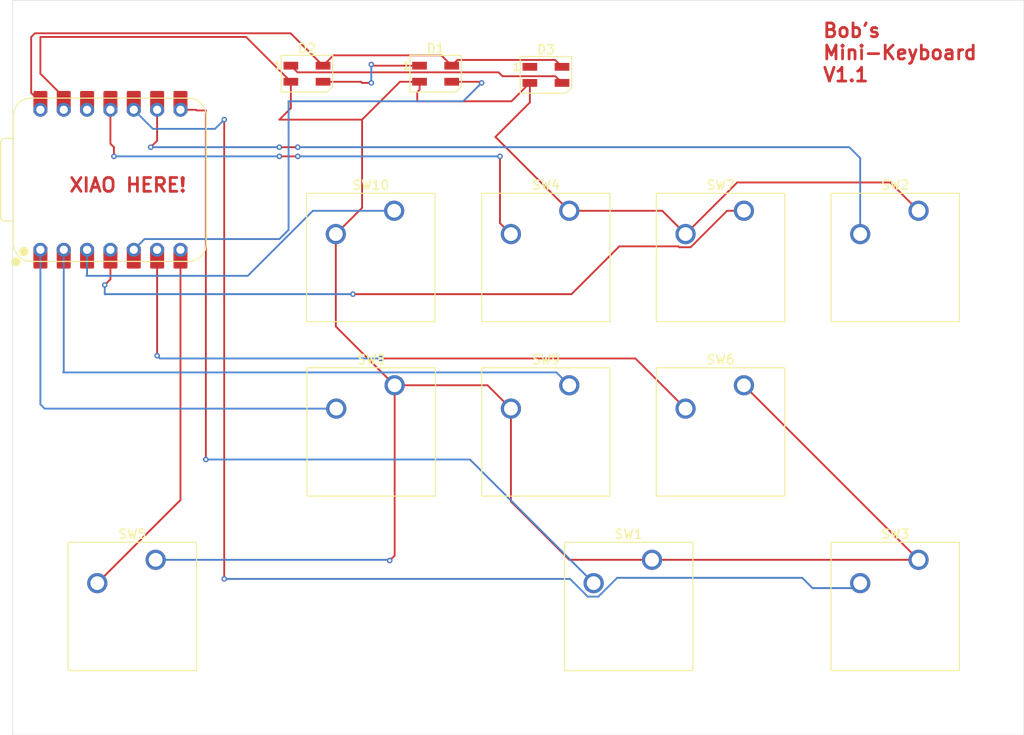
<source format=kicad_pcb>
(kicad_pcb (version 20241229) (generator "pcbnew") (generator_version "9.0")
  (layers (0 "F.Cu" signal) (2 "B.Cu" signal) (13 "F.Paste" user) (15 "B.Paste" user) (5 "F.SilkS" user "F.Silkscreen") (7 "B.SilkS" user "B.Silkscreen") (1 "F.Mask" user) (3 "B.Mask" user) (25 "Edge.Cuts" user))
  (net 0 "")
  (net 1 "+5V")
  (net 2 "GND")
  (net 3 "Net-(D1-DOUT)")
  (net 4 "Net-(D1-DIN)")
  (net 5 "Net-(D2-DOUT)")
  (net 6 "Net-(U1-GPIO1{slash}RX)")
  (net 7 "Net-(U1-GPIO2{slash}SCK)")
  (net 8 "Net-(U1-GPIO4{slash}MISO)")
  (net 9 "Net-(U1-GPIO3{slash}MOSI)")
  (net 10 "Net-(U1-GPIO0{slash}TX)")
  (net 11 "Net-(U1-GPIO7{slash}SCL)")
  (net 12 "Net-(U1-GPIO29{slash}ADC3{slash}A3)")
  (net 13 "Net-(U1-GPIO26{slash}ADC0{slash}A0)")
  (net 14 "Net-(U1-GPIO27{slash}ADC1{slash}A1)")
  (net 16 "Net-(U1-GPIO28{slash}ADC2{slash}A2)")
  (footprint "LED_SMD:LED_SK6812MINI_PLCC4_3.5x3.5mm_P1.75mm" (layer "F.Cu") (at 160 64)
    (property "Reference" "D2" (at 0 -2.75 0) (layer "F.SilkS"))
    (property "Value" "SK6812MINI")
    (fp_line (start -2.8 -2) (end -2.8 2) (stroke (width 0.12)) (layer "F.SilkS"))
    (fp_line (start -2.8 -2) (end 2.8 -2) (stroke (width 0.12)) (layer "F.SilkS"))
    (fp_line (start -2.8 2) (end 2.2 2) (stroke (width 0.12)) (layer "F.SilkS"))
    (fp_line (start 2.8 1.4) (end 2.2 2) (stroke (width 0.12)) (layer "F.SilkS"))
    (fp_line (start 2.8 1.4) (end 2.8 -2) (stroke (width 0.12)) (layer "F.SilkS"))
    (fp_text user "1" (at -3.2 -0.875 0) (layer "F.SilkS") (effects (font (size 0.8 0.8))))
    (pad "1" smd rect (at -1.75 -0.875) (size 1.6 0.85) (layers "F.Cu" "F.Mask" "F.Paste") (net 5 "Net-(D2-DOUT)"))
    (pad "2" smd rect (at -1.75 0.875) (size 1.6 0.85) (layers "F.Cu" "F.Mask" "F.Paste") (net 2 "GND"))
    (pad "3" smd rect (at 1.75 0.875) (size 1.6 0.85) (layers "F.Cu" "F.Mask" "F.Paste") (net 3 "Net-(D1-DOUT)"))
    (pad "4" smd rect (at 1.75 -0.875) (size 1.6 0.85) (layers "F.Cu" "F.Mask" "F.Paste") (net 1 "+5V"))
  )
  (footprint "Button_Switch_Keyboard:SW_Cherry_MX_1.00u_PCB" (layer "F.Cu") (at 188.54 97.92)
    (property "Reference" "SW9" (at -2.54 -2.794 0) (layer "F.SilkS"))
    (property "Value" "SW_Push")
    (fp_line (start -9.525 -1.905) (end 4.445 -1.905) (stroke (width 0.12)) (layer "F.SilkS"))
    (fp_line (start -9.525 12.065) (end -9.525 -1.905) (stroke (width 0.12)) (layer "F.SilkS"))
    (fp_line (start 4.445 -1.905) (end 4.445 12.065) (stroke (width 0.12)) (layer "F.SilkS"))
    (fp_line (start 4.445 12.065) (end -9.525 12.065) (stroke (width 0.12)) (layer "F.SilkS"))
    (pad "" np_thru_hole circle (at -7.62 5.08) (size 1.7 1.7) (drill 1.7) (layers "*.Cu" "*.Mask"))
    (pad "" np_thru_hole circle (at -2.54 5.08) (size 4 4) (drill 4) (layers "*.Cu" "*.Mask"))
    (pad "" np_thru_hole circle (at 2.54 5.08) (size 1.7 1.7) (drill 1.7) (layers "*.Cu" "*.Mask"))
    (pad "1" thru_hole circle (at 0 0) (size 2.2 2.2) (drill 1.5) (layers "*.Cu" "*.Mask") (net 14 "Net-(U1-GPIO27{slash}ADC1{slash}A1)"))
    (pad "2" thru_hole circle (at -6.35 2.54) (size 2.2 2.2) (drill 1.5) (layers "*.Cu" "*.Mask") (net 2 "GND"))
  )
  (footprint "Button_Switch_Keyboard:SW_Cherry_MX_1.00u_PCB" (layer "F.Cu") (at 207.54 97.92)
    (property "Reference" "SW6" (at -2.54 -2.794 0) (layer "F.SilkS"))
    (property "Value" "SW_Push")
    (fp_line (start -9.525 -1.905) (end 4.445 -1.905) (stroke (width 0.12)) (layer "F.SilkS"))
    (fp_line (start -9.525 12.065) (end -9.525 -1.905) (stroke (width 0.12)) (layer "F.SilkS"))
    (fp_line (start 4.445 -1.905) (end 4.445 12.065) (stroke (width 0.12)) (layer "F.SilkS"))
    (fp_line (start 4.445 12.065) (end -9.525 12.065) (stroke (width 0.12)) (layer "F.SilkS"))
    (pad "" np_thru_hole circle (at -7.62 5.08) (size 1.7 1.7) (drill 1.7) (layers "*.Cu" "*.Mask"))
    (pad "" np_thru_hole circle (at -2.54 5.08) (size 4 4) (drill 4) (layers "*.Cu" "*.Mask"))
    (pad "" np_thru_hole circle (at 2.54 5.08) (size 1.7 1.7) (drill 1.7) (layers "*.Cu" "*.Mask"))
    (pad "1" thru_hole circle (at 0 0) (size 2.2 2.2) (drill 1.5) (layers "*.Cu" "*.Mask") (net 2 "GND"))
    (pad "2" thru_hole circle (at -6.35 2.54) (size 2.2 2.2) (drill 1.5) (layers "*.Cu" "*.Mask") (net 11 "Net-(U1-GPIO7{slash}SCL)"))
  )
  (footprint "Button_Switch_Keyboard:SW_Cherry_MX_1.00u_PCB" (layer "F.Cu") (at 169.49 78.92)
    (property "Reference" "SW10" (at -2.54 -2.794 0) (layer "F.SilkS"))
    (property "Value" "SW_Push")
    (fp_line (start -9.525 -1.905) (end 4.445 -1.905) (stroke (width 0.12)) (layer "F.SilkS"))
    (fp_line (start -9.525 12.065) (end -9.525 -1.905) (stroke (width 0.12)) (layer "F.SilkS"))
    (fp_line (start 4.445 -1.905) (end 4.445 12.065) (stroke (width 0.12)) (layer "F.SilkS"))
    (fp_line (start 4.445 12.065) (end -9.525 12.065) (stroke (width 0.12)) (layer "F.SilkS"))
    (pad "" np_thru_hole circle (at -7.62 5.08) (size 1.7 1.7) (drill 1.7) (layers "*.Cu" "*.Mask"))
    (pad "" np_thru_hole circle (at -2.54 5.08) (size 4 4) (drill 4) (layers "*.Cu" "*.Mask"))
    (pad "" np_thru_hole circle (at 2.54 5.08) (size 1.7 1.7) (drill 1.7) (layers "*.Cu" "*.Mask"))
    (pad "1" thru_hole circle (at 0 0) (size 2.2 2.2) (drill 1.5) (layers "*.Cu" "*.Mask") (net 16 "Net-(U1-GPIO28{slash}ADC2{slash}A2)"))
    (pad "2" thru_hole circle (at -6.35 2.54) (size 2.2 2.2) (drill 1.5) (layers "*.Cu" "*.Mask") (net 2 "GND"))
  )
  (footprint "Button_Switch_Keyboard:SW_Cherry_MX_1.00u_PCB" (layer "F.Cu") (at 226.54 78.92)
    (property "Reference" "SW2" (at -2.54 -2.794 0) (layer "F.SilkS"))
    (property "Value" "SW_Push")
    (fp_line (start -9.525 -1.905) (end 4.445 -1.905) (stroke (width 0.12)) (layer "F.SilkS"))
    (fp_line (start -9.525 12.065) (end -9.525 -1.905) (stroke (width 0.12)) (layer "F.SilkS"))
    (fp_line (start 4.445 -1.905) (end 4.445 12.065) (stroke (width 0.12)) (layer "F.SilkS"))
    (fp_line (start 4.445 12.065) (end -9.525 12.065) (stroke (width 0.12)) (layer "F.SilkS"))
    (pad "" np_thru_hole circle (at -7.62 5.08) (size 1.7 1.7) (drill 1.7) (layers "*.Cu" "*.Mask"))
    (pad "" np_thru_hole circle (at -2.54 5.08) (size 4 4) (drill 4) (layers "*.Cu" "*.Mask"))
    (pad "" np_thru_hole circle (at 2.54 5.08) (size 1.7 1.7) (drill 1.7) (layers "*.Cu" "*.Mask"))
    (pad "1" thru_hole circle (at 0 0) (size 2.2 2.2) (drill 1.5) (layers "*.Cu" "*.Mask") (net 2 "GND"))
    (pad "2" thru_hole circle (at -6.35 2.54) (size 2.2 2.2) (drill 1.5) (layers "*.Cu" "*.Mask") (net 7 "Net-(U1-GPIO2{slash}SCK)"))
  )
  (footprint "LED_SMD:LED_SK6812MINI_PLCC4_3.5x3.5mm_P1.75mm" (layer "F.Cu") (at 174 64)
    (property "Reference" "D1" (at 0 -2.75 0) (layer "F.SilkS"))
    (property "Value" "SK6812MINI")
    (fp_line (start -2.8 -2) (end -2.8 2) (stroke (width 0.12)) (layer "F.SilkS"))
    (fp_line (start -2.8 -2) (end 2.8 -2) (stroke (width 0.12)) (layer "F.SilkS"))
    (fp_line (start -2.8 2) (end 2.2 2) (stroke (width 0.12)) (layer "F.SilkS"))
    (fp_line (start 2.8 1.4) (end 2.2 2) (stroke (width 0.12)) (layer "F.SilkS"))
    (fp_line (start 2.8 1.4) (end 2.8 -2) (stroke (width 0.12)) (layer "F.SilkS"))
    (fp_text user "1" (at -3.2 -0.875 0) (layer "F.SilkS") (effects (font (size 0.8 0.8))))
    (pad "1" smd rect (at -1.75 -0.875) (size 1.6 0.85) (layers "F.Cu" "F.Mask" "F.Paste") (net 3 "Net-(D1-DOUT)"))
    (pad "2" smd rect (at -1.75 0.875) (size 1.6 0.85) (layers "F.Cu" "F.Mask" "F.Paste") (net 2 "GND"))
    (pad "3" smd rect (at 1.75 0.875) (size 1.6 0.85) (layers "F.Cu" "F.Mask" "F.Paste") (net 4 "Net-(D1-DIN)"))
    (pad "4" smd rect (at 1.75 -0.875) (size 1.6 0.85) (layers "F.Cu" "F.Mask" "F.Paste") (net 1 "+5V"))
  )
  (footprint "LED_SMD:LED_SK6812MINI_PLCC4_3.5x3.5mm_P1.75mm" (layer "F.Cu") (at 186 64.125)
    (property "Reference" "D3" (at 0 -2.75 0) (layer "F.SilkS"))
    (property "Value" "SK6812MINI")
    (fp_line (start -2.8 -2) (end -2.8 2) (stroke (width 0.12)) (layer "F.SilkS"))
    (fp_line (start -2.8 -2) (end 2.8 -2) (stroke (width 0.12)) (layer "F.SilkS"))
    (fp_line (start -2.8 2) (end 2.2 2) (stroke (width 0.12)) (layer "F.SilkS"))
    (fp_line (start 2.8 1.4) (end 2.2 2) (stroke (width 0.12)) (layer "F.SilkS"))
    (fp_line (start 2.8 1.4) (end 2.8 -2) (stroke (width 0.12)) (layer "F.SilkS"))
    (fp_text user "1" (at -3.2 -0.875 0) (layer "F.SilkS") (effects (font (size 0.8 0.8))))
    (pad "1" smd rect (at -1.75 -0.875) (size 1.6 0.85) (layers "F.Cu" "F.Mask" "F.Paste"))
    (pad "2" smd rect (at -1.75 0.875) (size 1.6 0.85) (layers "F.Cu" "F.Mask" "F.Paste") (net 2 "GND"))
    (pad "3" smd rect (at 1.75 0.875) (size 1.6 0.85) (layers "F.Cu" "F.Mask" "F.Paste") (net 5 "Net-(D2-DOUT)"))
    (pad "4" smd rect (at 1.75 -0.875) (size 1.6 0.85) (layers "F.Cu" "F.Mask" "F.Paste") (net 1 "+5V"))
  )
  (footprint "Button_Switch_Keyboard:SW_Cherry_MX_1.00u_PCB" (layer "F.Cu") (at 143.54 116.92)
    (property "Reference" "SW5" (at -2.54 -2.794 0) (layer "F.SilkS"))
    (property "Value" "SW_Push")
    (fp_line (start -9.525 -1.905) (end 4.445 -1.905) (stroke (width 0.12)) (layer "F.SilkS"))
    (fp_line (start -9.525 12.065) (end -9.525 -1.905) (stroke (width 0.12)) (layer "F.SilkS"))
    (fp_line (start 4.445 -1.905) (end 4.445 12.065) (stroke (width 0.12)) (layer "F.SilkS"))
    (fp_line (start 4.445 12.065) (end -9.525 12.065) (stroke (width 0.12)) (layer "F.SilkS"))
    (pad "" np_thru_hole circle (at -7.62 5.08) (size 1.7 1.7) (drill 1.7) (layers "*.Cu" "*.Mask"))
    (pad "" np_thru_hole circle (at -2.54 5.08) (size 4 4) (drill 4) (layers "*.Cu" "*.Mask"))
    (pad "" np_thru_hole circle (at 2.54 5.08) (size 1.7 1.7) (drill 1.7) (layers "*.Cu" "*.Mask"))
    (pad "1" thru_hole circle (at 0 0) (size 2.2 2.2) (drill 1.5) (layers "*.Cu" "*.Mask") (net 2 "GND"))
    (pad "2" thru_hole circle (at -6.35 2.54) (size 2.2 2.2) (drill 1.5) (layers "*.Cu" "*.Mask") (net 10 "Net-(U1-GPIO0{slash}TX)"))
  )
  (footprint "Button_Switch_Keyboard:SW_Cherry_MX_1.00u_PCB" (layer "F.Cu") (at 188.54 78.92)
    (property "Reference" "SW4" (at -2.54 -2.794 0) (layer "F.SilkS"))
    (property "Value" "SW_Push")
    (fp_line (start -9.525 -1.905) (end 4.445 -1.905) (stroke (width 0.12)) (layer "F.SilkS"))
    (fp_line (start -9.525 12.065) (end -9.525 -1.905) (stroke (width 0.12)) (layer "F.SilkS"))
    (fp_line (start 4.445 -1.905) (end 4.445 12.065) (stroke (width 0.12)) (layer "F.SilkS"))
    (fp_line (start 4.445 12.065) (end -9.525 12.065) (stroke (width 0.12)) (layer "F.SilkS"))
    (pad "" np_thru_hole circle (at -7.62 5.08) (size 1.7 1.7) (drill 1.7) (layers "*.Cu" "*.Mask"))
    (pad "" np_thru_hole circle (at -2.54 5.08) (size 4 4) (drill 4) (layers "*.Cu" "*.Mask"))
    (pad "" np_thru_hole circle (at 2.54 5.08) (size 1.7 1.7) (drill 1.7) (layers "*.Cu" "*.Mask"))
    (pad "1" thru_hole circle (at 0 0) (size 2.2 2.2) (drill 1.5) (layers "*.Cu" "*.Mask") (net 2 "GND"))
    (pad "2" thru_hole circle (at -6.35 2.54) (size 2.2 2.2) (drill 1.5) (layers "*.Cu" "*.Mask") (net 9 "Net-(U1-GPIO3{slash}MOSI)"))
  )
  (footprint "Button_Switch_Keyboard:SW_Cherry_MX_1.00u_PCB" (layer "F.Cu") (at 226.54 116.92)
    (property "Reference" "SW3" (at -2.54 -2.794 0) (layer "F.SilkS"))
    (property "Value" "SW_Push")
    (fp_line (start -9.525 -1.905) (end 4.445 -1.905) (stroke (width 0.12)) (layer "F.SilkS"))
    (fp_line (start -9.525 12.065) (end -9.525 -1.905) (stroke (width 0.12)) (layer "F.SilkS"))
    (fp_line (start 4.445 -1.905) (end 4.445 12.065) (stroke (width 0.12)) (layer "F.SilkS"))
    (fp_line (start 4.445 12.065) (end -9.525 12.065) (stroke (width 0.12)) (layer "F.SilkS"))
    (pad "" np_thru_hole circle (at -7.62 5.08) (size 1.7 1.7) (drill 1.7) (layers "*.Cu" "*.Mask"))
    (pad "" np_thru_hole circle (at -2.54 5.08) (size 4 4) (drill 4) (layers "*.Cu" "*.Mask"))
    (pad "" np_thru_hole circle (at 2.54 5.08) (size 1.7 1.7) (drill 1.7) (layers "*.Cu" "*.Mask"))
    (pad "1" thru_hole circle (at 0 0) (size 2.2 2.2) (drill 1.5) (layers "*.Cu" "*.Mask") (net 2 "GND"))
    (pad "2" thru_hole circle (at -6.35 2.54) (size 2.2 2.2) (drill 1.5) (layers "*.Cu" "*.Mask") (net 8 "Net-(U1-GPIO4{slash}MISO)"))
  )
  (footprint "Button_Switch_Keyboard:SW_Cherry_MX_1.00u_PCB" (layer "F.Cu") (at 207.54 78.92)
    (property "Reference" "SW7" (at -2.54 -2.794 0) (layer "F.SilkS"))
    (property "Value" "SW_Push")
    (fp_line (start -9.525 -1.905) (end 4.445 -1.905) (stroke (width 0.12)) (layer "F.SilkS"))
    (fp_line (start -9.525 12.065) (end -9.525 -1.905) (stroke (width 0.12)) (layer "F.SilkS"))
    (fp_line (start 4.445 -1.905) (end 4.445 12.065) (stroke (width 0.12)) (layer "F.SilkS"))
    (fp_line (start 4.445 12.065) (end -9.525 12.065) (stroke (width 0.12)) (layer "F.SilkS"))
    (pad "" np_thru_hole circle (at -7.62 5.08) (size 1.7 1.7) (drill 1.7) (layers "*.Cu" "*.Mask"))
    (pad "" np_thru_hole circle (at -2.54 5.08) (size 4 4) (drill 4) (layers "*.Cu" "*.Mask"))
    (pad "" np_thru_hole circle (at 2.54 5.08) (size 1.7 1.7) (drill 1.7) (layers "*.Cu" "*.Mask"))
    (pad "1" thru_hole circle (at 0 0) (size 2.2 2.2) (drill 1.5) (layers "*.Cu" "*.Mask") (net 12 "Net-(U1-GPIO29{slash}ADC3{slash}A3)"))
    (pad "2" thru_hole circle (at -6.35 2.54) (size 2.2 2.2) (drill 1.5) (layers "*.Cu" "*.Mask") (net 2 "GND"))
  )
  (footprint "Button_Switch_Keyboard:SW_Cherry_MX_1.00u_PCB" (layer "F.Cu") (at 197.54 116.92)
    (property "Reference" "SW1" (at -2.54 -2.794 0) (layer "F.SilkS"))
    (property "Value" "SW_Push")
    (fp_line (start -9.525 -1.905) (end 4.445 -1.905) (stroke (width 0.12)) (layer "F.SilkS"))
    (fp_line (start -9.525 12.065) (end -9.525 -1.905) (stroke (width 0.12)) (layer "F.SilkS"))
    (fp_line (start 4.445 -1.905) (end 4.445 12.065) (stroke (width 0.12)) (layer "F.SilkS"))
    (fp_line (start 4.445 12.065) (end -9.525 12.065) (stroke (width 0.12)) (layer "F.SilkS"))
    (pad "" np_thru_hole circle (at -7.62 5.08) (size 1.7 1.7) (drill 1.7) (layers "*.Cu" "*.Mask"))
    (pad "" np_thru_hole circle (at -2.54 5.08) (size 4 4) (drill 4) (layers "*.Cu" "*.Mask"))
    (pad "" np_thru_hole circle (at 2.54 5.08) (size 1.7 1.7) (drill 1.7) (layers "*.Cu" "*.Mask"))
    (pad "1" thru_hole circle (at 0 0) (size 2.2 2.2) (drill 1.5) (layers "*.Cu" "*.Mask") (net 2 "GND"))
    (pad "2" thru_hole circle (at -6.35 2.54) (size 2.2 2.2) (drill 1.5) (layers "*.Cu" "*.Mask") (net 6 "Net-(U1-GPIO1{slash}RX)"))
  )
  (footprint "OPL:XIAO-RP2040-DIP" (layer "F.Cu") (at 138.62 75.545 90)
    (property "Reference" "U1" (hide yes))
    (property "Value" "XIAO-RP2040-DIP")
    (fp_line (start -3.991272 -11.951) (end 4.004 -11.951) (stroke (width 0.127)) (layer "F.SilkS"))
    (fp_line (start 4.504 -11.451) (end 4.504 -10.541) (stroke (width 0.127)) (layer "F.SilkS"))
    (fp_line (start 6.985 -10.541) (end -6.985 -10.541) (stroke (width 0.1)) (layer "F.SilkS"))
    (fp_line (start 6.985 -10.541) (end -6.985 -10.541) (stroke (width 0.127)) (layer "F.SilkS"))
    (fp_line (start -4.495 -10.541) (end -4.491272 -11.451272) (stroke (width 0.127)) (layer "F.SilkS"))
    (fp_line (start 8.89 8.509) (end 8.89 -8.636) (stroke (width 0.127)) (layer "F.SilkS"))
    (fp_line (start -8.89 8.509) (end -8.89 -8.636) (stroke (width 0.127)) (layer "F.SilkS"))
    (fp_line (start -6.985 10.414) (end 6.985 10.414) (stroke (width 0.127)) (layer "F.SilkS"))
    (fp_arc (start 4.004 -11.951) (mid 4.357553 -11.804553) (end 4.504 -11.451) (stroke (width 0.127)) (layer "F.SilkS"))
    (fp_arc (start -4.491272 -11.451272) (mid -4.344728 -11.80464) (end -3.991272 -11.951) (stroke (width 0.127)) (layer "F.SilkS"))
    (fp_arc (start 6.985 -10.541) (mid 8.332038 -9.983038) (end 8.89 -8.636) (stroke (width 0.127)) (layer "F.SilkS"))
    (fp_arc (start -8.89 -8.636) (mid -8.332038 -9.983038) (end -6.985 -10.541) (stroke (width 0.127)) (layer "F.SilkS"))
    (fp_arc (start 8.89 8.509) (mid 8.332038 9.856038) (end 6.985 10.414) (stroke (width 0.127)) (layer "F.SilkS"))
    (fp_arc (start -6.985 10.414) (mid -8.332038 9.856038) (end -8.89 8.509) (stroke (width 0.127)) (layer "F.SilkS"))
    (fp_circle (center -8.95 -10.3) (end -8.95 -10.554) (stroke (width 0.5)) (fill yes) (layer "F.SilkS"))
    (fp_circle (center -7.807 -9.42) (end -7.807 -9.674) (stroke (width 0.5)) (fill yes) (layer "F.SilkS"))
    (pad "1" smd roundrect (at -8.455 -7.62 270) (size 2.432 1.524) (layers "F.Cu" "F.Mask") (roundrect_rratio 0.1) (net 13 "Net-(U1-GPIO26{slash}ADC0{slash}A0)"))
    (pad "1" thru_hole circle (at -7.62 -7.62 270) (size 1.524 1.524) (drill 0.889) (layers "*.Cu" "*.Mask") (net 13 "Net-(U1-GPIO26{slash}ADC0{slash}A0)"))
    (pad "2" smd roundrect (at -8.455 -5.08 270) (size 2.432 1.524) (layers "F.Cu" "F.Mask") (roundrect_rratio 0.1) (net 14 "Net-(U1-GPIO27{slash}ADC1{slash}A1)"))
    (pad "2" thru_hole circle (at -7.62 -5.08 270) (size 1.524 1.524) (drill 0.889) (layers "*.Cu" "*.Mask") (net 14 "Net-(U1-GPIO27{slash}ADC1{slash}A1)"))
    (pad "3" smd roundrect (at -8.455 -2.54 270) (size 2.432 1.524) (layers "F.Cu" "F.Mask") (roundrect_rratio 0.1) (net 16 "Net-(U1-GPIO28{slash}ADC2{slash}A2)"))
    (pad "3" thru_hole circle (at -7.62 -2.54 270) (size 1.524 1.524) (drill 0.889) (layers "*.Cu" "*.Mask") (net 16 "Net-(U1-GPIO28{slash}ADC2{slash}A2)"))
    (pad "4" smd roundrect (at -8.455 0 270) (size 2.432 1.524) (layers "F.Cu" "F.Mask") (roundrect_rratio 0.1) (net 12 "Net-(U1-GPIO29{slash}ADC3{slash}A3)"))
    (pad "4" thru_hole circle (at -7.62 0 270) (size 1.524 1.524) (drill 0.889) (layers "*.Cu" "*.Mask") (net 12 "Net-(U1-GPIO29{slash}ADC3{slash}A3)"))
    (pad "5" smd roundrect (at -8.455 2.54 270) (size 2.432 1.524) (layers "F.Cu" "F.Mask") (roundrect_rratio 0.1) (net 4 "Net-(D1-DIN)"))
    (pad "5" thru_hole circle (at -7.62 2.54 270) (size 1.524 1.524) (drill 0.889) (layers "*.Cu" "*.Mask") (net 4 "Net-(D1-DIN)"))
    (pad "6" smd roundrect (at -8.455 5.08 270) (size 2.432 1.524) (layers "F.Cu" "F.Mask") (roundrect_rratio 0.1) (net 11 "Net-(U1-GPIO7{slash}SCL)"))
    (pad "6" thru_hole circle (at -7.62 5.08 270) (size 1.524 1.524) (drill 0.889) (layers "*.Cu" "*.Mask") (net 11 "Net-(U1-GPIO7{slash}SCL)"))
    (pad "7" smd roundrect (at -8.455 7.62 270) (size 2.432 1.524) (layers "F.Cu" "F.Mask") (roundrect_rratio 0.1) (net 10 "Net-(U1-GPIO0{slash}TX)"))
    (pad "7" thru_hole circle (at -7.62 7.62 270) (size 1.524 1.524) (drill 0.889) (layers "*.Cu" "*.Mask") (net 10 "Net-(U1-GPIO0{slash}TX)"))
    (pad "8" thru_hole circle (at 7.62 7.62 90) (size 1.524 1.524) (drill 0.889) (layers "*.Cu" "*.Mask") (net 6 "Net-(U1-GPIO1{slash}RX)"))
    (pad "8" smd roundrect (at 8.455 7.62 90) (size 2.432 1.524) (layers "F.Cu" "F.Mask") (roundrect_rratio 0.1) (net 6 "Net-(U1-GPIO1{slash}RX)"))
    (pad "9" thru_hole circle (at 7.62 5.08 90) (size 1.524 1.524) (drill 0.889) (layers "*.Cu" "*.Mask") (net 7 "Net-(U1-GPIO2{slash}SCK)"))
    (pad "9" smd roundrect (at 8.455 5.08 90) (size 2.432 1.524) (layers "F.Cu" "F.Mask") (roundrect_rratio 0.1) (net 7 "Net-(U1-GPIO2{slash}SCK)"))
    (pad "10" thru_hole circle (at 7.62 2.54 90) (size 1.524 1.524) (drill 0.889) (layers "*.Cu" "*.Mask") (net 8 "Net-(U1-GPIO4{slash}MISO)"))
    (pad "10" smd roundrect (at 8.455 2.54 90) (size 2.432 1.524) (layers "F.Cu" "F.Mask") (roundrect_rratio 0.1) (net 8 "Net-(U1-GPIO4{slash}MISO)"))
    (pad "11" thru_hole circle (at 7.62 0 90) (size 1.524 1.524) (drill 0.889) (layers "*.Cu" "*.Mask") (net 9 "Net-(U1-GPIO3{slash}MOSI)"))
    (pad "11" smd roundrect (at 8.455 0 90) (size 2.432 1.524) (layers "F.Cu" "F.Mask") (roundrect_rratio 0.1) (net 9 "Net-(U1-GPIO3{slash}MOSI)"))
    (pad "12" thru_hole circle (at 7.62 -2.54 90) (size 1.524 1.524) (drill 0.889) (layers "*.Cu" "*.Mask"))
    (pad "12" smd roundrect (at 8.455 -2.54 90) (size 2.432 1.524) (layers "F.Cu" "F.Mask") (roundrect_rratio 0.1))
    (pad "13" thru_hole circle (at 7.62 -5.08 90) (size 1.524 1.524) (drill 0.889) (layers "*.Cu" "*.Mask") (net 2 "GND"))
    (pad "13" smd roundrect (at 8.455 -5.08 90) (size 2.432 1.524) (layers "F.Cu" "F.Mask") (roundrect_rratio 0.1) (net 2 "GND"))
    (pad "14" thru_hole circle (at 7.62 -7.62 90) (size 1.524 1.524) (drill 0.889) (layers "*.Cu" "*.Mask") (net 1 "+5V"))
    (pad "14" smd roundrect (at 8.455 -7.62 90) (size 2.432 1.524) (layers "F.Cu" "F.Mask") (roundrect_rratio 0.1) (net 1 "+5V"))
  )
  (footprint "Button_Switch_Keyboard:SW_Cherry_MX_1.00u_PCB" (layer "F.Cu") (at 169.54 97.92)
    (property "Reference" "SW8" (at -2.54 -2.794 0) (layer "F.SilkS"))
    (property "Value" "SW_Push")
    (fp_line (start -9.525 -1.905) (end 4.445 -1.905) (stroke (width 0.12)) (layer "F.SilkS"))
    (fp_line (start -9.525 12.065) (end -9.525 -1.905) (stroke (width 0.12)) (layer "F.SilkS"))
    (fp_line (start 4.445 -1.905) (end 4.445 12.065) (stroke (width 0.12)) (layer "F.SilkS"))
    (fp_line (start 4.445 12.065) (end -9.525 12.065) (stroke (width 0.12)) (layer "F.SilkS"))
    (pad "" np_thru_hole circle (at -7.62 5.08) (size 1.7 1.7) (drill 1.7) (layers "*.Cu" "*.Mask"))
    (pad "" np_thru_hole circle (at -2.54 5.08) (size 4 4) (drill 4) (layers "*.Cu" "*.Mask"))
    (pad "" np_thru_hole circle (at 2.54 5.08) (size 1.7 1.7) (drill 1.7) (layers "*.Cu" "*.Mask"))
    (pad "1" thru_hole circle (at 0 0) (size 2.2 2.2) (drill 1.5) (layers "*.Cu" "*.Mask") (net 2 "GND"))
    (pad "2" thru_hole circle (at -6.35 2.54) (size 2.2 2.2) (drill 1.5) (layers "*.Cu" "*.Mask") (net 13 "Net-(U1-GPIO26{slash}ADC0{slash}A0)"))
  )
  (gr_rect (start 128 56) (end 238 136) (stroke (width 0.05)) (fill no) (layer "Edge.Cuts"))
  (gr_text "Bob's\nMini-Keyboard\nV1.1" (at 216 65 0) (layer "F.Cu") (effects (font (size 1.5 1.5) (thickness 0.3) (bold yes)) (justify left bottom)))
  (gr_text "XIAO HERE!" (at 134 77 0) (layer "F.Cu") (effects (font (size 1.5 1.5) (thickness 0.3) (bold yes)) (justify left bottom)))
  (segment (start 174.625 62) (end 175.75 63.125) (width 0.2) (layer "F.Cu") (net 1))
  (segment (start 130 60) (end 130 66.09) (width 0.2) (layer "F.Cu") (net 1))
  (segment (start 187 62.5) (end 187.75 63.25) (width 0.2) (layer "F.Cu") (net 1))
  (segment (start 176.375 62.5) (end 187 62.5) (width 0.2) (layer "F.Cu") (net 1))
  (segment (start 130.401 59.599) (end 130 60) (width 0.2) (layer "F.Cu") (net 1))
  (segment (start 158.224 59.599) (end 130.401 59.599) (width 0.2) (layer "F.Cu") (net 1))
  (segment (start 130 66.09) (end 131 67.09) (width 0.2) (layer "F.Cu") (net 1))
  (segment (start 161.75 63.125) (end 162.875 62) (width 0.2) (layer "F.Cu") (net 1))
  (segment (start 175.75 63.125) (end 176.375 62.5) (width 0.2) (layer "F.Cu") (net 1))
  (segment (start 161.75 63.125) (end 158.224 59.599) (width 0.2) (layer "F.Cu") (net 1))
  (segment (start 162.875 62) (end 174.625 62) (width 0.2) (layer "F.Cu") (net 1))
  (segment (start 206.809375 75.840625) (end 223.460625 75.840625) (width 0.2) (layer "F.Cu") (net 2))
  (segment (start 131 64) (end 132.952809 65.952809) (width 0.2) (layer "F.Cu") (net 2))
  (segment (start 179.65 97.92) (end 182.19 100.46) (width 0.2) (layer "F.Cu") (net 2))
  (segment (start 198.65 78.92) (end 188.54 78.92) (width 0.2) (layer "F.Cu") (net 2))
  (segment (start 206.809375 75.840625) (end 201.19 81.46) (width 0.2) (layer "F.Cu") (net 2))
  (segment (start 169.54 97.92) (end 179.65 97.92) (width 0.2) (layer "F.Cu") (net 2))
  (segment (start 157 69) (end 158.25 67.75) (width 0.2) (layer "F.Cu") (net 2))
  (segment (start 131 60) (end 131 64) (width 0.2) (layer "F.Cu") (net 2))
  (segment (start 153.375 60) (end 131 60) (width 0.2) (layer "F.Cu") (net 2))
  (segment (start 133.129131 67.259672) (end 133.54 67.259672) (width 0.2) (layer "F.Cu") (net 2))
  (segment (start 166 78.6) (end 166 69) (width 0.2) (layer "F.Cu") (net 2))
  (segment (start 226.54 116.92) (end 207.54 97.92) (width 0.2) (layer "F.Cu") (net 2))
  (segment (start 226.54 116.92) (end 188.54 116.92) (width 0.2) (layer "F.Cu") (net 2))
  (segment (start 163.14 91.52) (end 169.54 97.92) (width 0.2) (layer "F.Cu") (net 2))
  (segment (start 132.952809 67.08335) (end 133.129131 67.259672) (width 0.2) (layer "F.Cu") (net 2))
  (segment (start 158.25 64.875) (end 153.375 60) (width 0.2) (layer "F.Cu") (net 2))
  (segment (start 169 117) (end 169.54 116.46) (width 0.2) (layer "F.Cu") (net 2))
  (segment (start 170.125 64.875) (end 172.25 64.875) (width 0.2) (layer "F.Cu") (net 2))
  (segment (start 172 66) (end 172.25 65.75) (width 0.2) (layer "F.Cu") (net 2))
  (segment (start 188.54 78.92) (end 180.5 70.88) (width 0.2) (layer "F.Cu") (net 2))
  (segment (start 180.5 70.88) (end 184.25 67.13) (width 0.2) (layer "F.Cu") (net 2))
  (segment (start 182.25 67) (end 172 67) (width 0.2) (layer "F.Cu") (net 2))
  (segment (start 223.460625 75.840625) (end 226.54 78.92) (width 0.2) (layer "F.Cu") (net 2))
  (segment (start 172 67) (end 172 66) (width 0.2) (layer "F.Cu") (net 2))
  (segment (start 172.25 65.75) (end 172.25 64.875) (width 0.2) (layer "F.Cu") (net 2))
  (segment (start 201.19 81.46) (end 198.65 78.92) (width 0.2) (layer "F.Cu") (net 2))
  (segment (start 169.54 116.46) (end 169.54 97.92) (width 0.2) (layer "F.Cu") (net 2))
  (segment (start 182.19 110.57) (end 188.54 116.92) (width 0.2) (layer "F.Cu") (net 2))
  (segment (start 182.19 100.46) (end 182.19 110.57) (width 0.2) (layer "F.Cu") (net 2))
  (segment (start 166 69) (end 170.125 64.875) (width 0.2) (layer "F.Cu") (net 2))
  (segment (start 184.25 67.13) (end 184.25 65) (width 0.2) (layer "F.Cu") (net 2))
  (segment (start 158.25 67.75) (end 158.25 64.875) (width 0.2) (layer "F.Cu") (net 2))
  (segment (start 184.25 65) (end 182.25 67) (width 0.2) (layer "F.Cu") (net 2))
  (segment (start 166 69) (end 157 69) (width 0.2) (layer "F.Cu") (net 2))
  (segment (start 163.14 81.46) (end 166 78.6) (width 0.2) (layer "F.Cu") (net 2))
  (segment (start 163.14 81.46) (end 163.14 91.52) (width 0.2) (layer "F.Cu") (net 2))
  (segment (start 132.952809 65.952809) (end 132.952809 67.08335) (width 0.2) (layer "F.Cu") (net 2))
  (via (at 169 117) (size 0.6) (drill 0.3) (layers "F.Cu" "B.Cu") (net 2))
  (segment (start 168.92 116.92) (end 169 117) (width 0.2) (layer "B.Cu") (net 2))
  (segment (start 143.54 116.92) (end 168.92 116.92) (width 0.2) (layer "B.Cu") (net 2))
  (segment (start 167 65) (end 166 65) (width 0.2) (layer "F.Cu") (net 3))
  (segment (start 172.25 63.125) (end 167.125 63.125) (width 0.2) (layer "F.Cu") (net 3))
  (segment (start 165.875 64.875) (end 161.75 64.875) (width 0.2) (layer "F.Cu") (net 3))
  (segment (start 166 65) (end 165.875 64.875) (width 0.2) (layer "F.Cu") (net 3))
  (segment (start 167.125 63.125) (end 167 63) (width 0.2) (layer "F.Cu") (net 3))
  (via (at 167 63) (size 0.6) (drill 0.3) (layers "F.Cu" "B.Cu") (net 3))
  (via (at 167 65) (size 0.6) (drill 0.3) (layers "F.Cu" "B.Cu") (net 3))
  (segment (start 167 63) (end 167 65) (width 0.2) (layer "B.Cu") (net 3))
  (segment (start 178.875 64.875) (end 179 65) (width 0.2) (layer "F.Cu") (net 4))
  (segment (start 175.75 64.875) (end 178.875 64.875) (width 0.2) (layer "F.Cu") (net 4))
  (via (at 179 65) (size 0.6) (drill 0.3) (layers "F.Cu" "B.Cu") (net 4))
  (segment (start 157 82) (end 142.325 82) (width 0.2) (layer "B.Cu") (net 4))
  (segment (start 179 65) (end 177 67) (width 0.2) (layer "B.Cu") (net 4))
  (segment (start 142.325 82) (end 141.16 83.165) (width 0.2) (layer "B.Cu") (net 4))
  (segment (start 158 81) (end 157 82) (width 0.2) (layer "B.Cu") (net 4))
  (segment (start 177 67) (end 158 67) (width 0.2) (layer "B.Cu") (net 4))
  (segment (start 158 67) (end 158 81) (width 0.2) (layer "B.Cu") (net 4))
  (segment (start 180.851 63.851) (end 181.274 64.274) (width 0.2) (layer "F.Cu") (net 5))
  (segment (start 187.024 64.274) (end 187.75 65) (width 0.2) (layer "F.Cu") (net 5))
  (segment (start 181.274 64.274) (end 187.024 64.274) (width 0.2) (layer "F.Cu") (net 5))
  (segment (start 158.25 63.125) (end 158.976 63.851) (width 0.2) (layer "F.Cu") (net 5))
  (segment (start 158.976 63.851) (end 180.851 63.851) (width 0.2) (layer "F.Cu") (net 5))
  (segment (start 149 68) (end 148 68) (width 0.2) (layer "F.Cu") (net 6))
  (segment (start 149 106) (end 149 68) (width 0.2) (layer "F.Cu") (net 6))
  (segment (start 147.925 67.925) (end 146.24 67.925) (width 0.2) (layer "F.Cu") (net 6))
  (segment (start 148 68) (end 147.925 67.925) (width 0.2) (layer "F.Cu") (net 6))
  (via (at 149 106) (size 0.6) (drill 0.3) (layers "F.Cu" "B.Cu") (net 6))
  (segment (start 177.73 106) (end 149 106) (width 0.2) (layer "B.Cu") (net 6))
  (segment (start 191.19 119.46) (end 177.73 106) (width 0.2) (layer "B.Cu") (net 6))
  (segment (start 143 72) (end 143.7 71.3) (width 0.2) (layer "F.Cu") (net 7))
  (segment (start 159 72) (end 157 72) (width 0.2) (layer "F.Cu") (net 7))
  (segment (start 143.7 71.3) (end 143.7 67.925) (width 0.2) (layer "F.Cu") (net 7))
  (via (at 159 72) (size 0.6) (drill 0.3) (layers "F.Cu" "B.Cu") (net 7))
  (via (at 157 72) (size 0.6) (drill 0.3) (layers "F.Cu" "B.Cu") (net 7))
  (via (at 143 72) (size 0.6) (drill 0.3) (layers "F.Cu" "B.Cu") (net 7))
  (segment (start 220 73) (end 219 72) (width 0.2) (layer "B.Cu") (net 7))
  (segment (start 219 72) (end 159 72) (width 0.2) (layer "B.Cu") (net 7))
  (segment (start 220.19 81.46) (end 220.19 73.19) (width 0.2) (layer "B.Cu") (net 7))
  (segment (start 220.19 73.19) (end 220 73) (width 0.2) (layer "B.Cu") (net 7))
  (segment (start 157 72) (end 143 72) (width 0.2) (layer "B.Cu") (net 7))
  (segment (start 151 119) (end 151 69) (width 0.2) (layer "F.Cu") (net 8))
  (via (at 151 69) (size 0.6) (drill 0.3) (layers "F.Cu" "B.Cu") (net 8))
  (via (at 151 119) (size 0.6) (drill 0.3) (layers "F.Cu" "B.Cu") (net 8))
  (segment (start 151 69) (end 150 70) (width 0.2) (layer "B.Cu") (net 8))
  (segment (start 215 120) (end 213.879686 118.879686) (width 0.2) (layer "B.Cu") (net 8))
  (segment (start 152 119) (end 151 119) (width 0.2) (layer "B.Cu") (net 8))
  (segment (start 219.65 120) (end 215 120) (width 0.2) (layer "B.Cu") (net 8))
  (segment (start 190.544578 120.926108) (end 188.61847 119) (width 0.2) (layer "B.Cu") (net 8))
  (segment (start 188.61847 119) (end 152 119) (width 0.2) (layer "B.Cu") (net 8))
  (segment (start 150 70) (end 143.235 70) (width 0.2) (layer "B.Cu") (net 8))
  (segment (start 143.235 70) (end 141.16 67.925) (width 0.2) (layer "B.Cu") (net 8))
  (segment (start 193.751628 118.879686) (end 191.705206 120.926108) (width 0.2) (layer "B.Cu") (net 8))
  (segment (start 191.705206 120.926108) (end 190.544578 120.926108) (width 0.2) (layer "B.Cu") (net 8))
  (segment (start 220.19 119.46) (end 219.65 120) (width 0.2) (layer "B.Cu") (net 8))
  (segment (start 213.879686 118.879686) (end 193.751628 118.879686) (width 0.2) (layer "B.Cu") (net 8))
  (segment (start 139 72) (end 138.62 71.62) (width 0.2) (layer "F.Cu") (net 9))
  (segment (start 159 73) (end 157 73) (width 0.2) (layer "F.Cu") (net 9))
  (segment (start 139 73) (end 139 72) (width 0.2) (layer "F.Cu") (net 9))
  (segment (start 138.62 71.62) (end 138.62 67.925) (width 0.2) (layer "F.Cu") (net 9))
  (segment (start 181 80.27) (end 181 73) (width 0.2) (layer "F.Cu") (net 9))
  (segment (start 182.19 81.46) (end 181 80.27) (width 0.2) (layer "F.Cu") (net 9))
  (via (at 139 73) (size 0.6) (drill 0.3) (layers "F.Cu" "B.Cu") (net 9))
  (via (at 157 73) (size 0.6) (drill 0.3) (layers "F.Cu" "B.Cu") (net 9))
  (via (at 159 73) (size 0.6) (drill 0.3) (layers "F.Cu" "B.Cu") (net 9))
  (via (at 181 73) (size 0.6) (drill 0.3) (layers "F.Cu" "B.Cu") (net 9))
  (segment (start 181 73) (end 159 73) (width 0.2) (layer "B.Cu") (net 9))
  (segment (start 157 73) (end 139 73) (width 0.2) (layer "B.Cu") (net 9))
  (segment (start 137.19 119.46) (end 146.24 110.41) (width 0.2) (layer "F.Cu") (net 10))
  (segment (start 146.24 110.41) (end 146.24 84) (width 0.2) (layer "F.Cu") (net 10))
  (segment (start 143.7 94.7) (end 143.7 83.165) (width 0.2) (layer "F.Cu") (net 11))
  (segment (start 201.19 100.46) (end 195.73 95) (width 0.2) (layer "F.Cu") (net 11))
  (segment (start 195.73 95) (end 168 95) (width 0.2) (layer "F.Cu") (net 11))
  (via (at 168 95) (size 0.6) (drill 0.3) (layers "F.Cu" "B.Cu") (net 11))
  (via (at 143.7 94.7) (size 0.6) (drill 0.3) (layers "F.Cu" "B.Cu") (net 11))
  (segment (start 168 95) (end 144 95) (width 0.2) (layer "B.Cu") (net 11))
  (segment (start 144 95) (end 143.7 94.7) (width 0.2) (layer "B.Cu") (net 11))
  (segment (start 200.41747 82.799) (end 193.97947 82.799) (width 0.2) (layer "F.Cu") (net 12))
  (segment (start 193.97947 82.799) (end 188.77847 88) (width 0.2) (layer "F.Cu") (net 12))
  (segment (start 205.711314 78.92) (end 201.740049 82.891265) (width 0.2) (layer "F.Cu") (net 12))
  (segment (start 207.54 78.92) (end 205.711314 78.92) (width 0.2) (layer "F.Cu") (net 12))
  (segment (start 138.62 86.38) (end 138.62 84) (width 0.2) (layer "F.Cu") (net 12))
  (segment (start 201.740049 82.891265) (end 200.509735 82.891265) (width 0.2) (layer "F.Cu") (net 12))
  (segment (start 200.509735 82.891265) (end 200.41747 82.799) (width 0.2) (layer "F.Cu") (net 12))
  (segment (start 188.77847 88) (end 165 88) (width 0.2) (layer "F.Cu") (net 12))
  (segment (start 138 87) (end 138.62 86.38) (width 0.2) (layer "F.Cu") (net 12))
  (via (at 165 88) (size 0.6) (drill 0.3) (layers "F.Cu" "B.Cu") (net 12))
  (via (at 138 87) (size 0.6) (drill 0.3) (layers "F.Cu" "B.Cu") (net 12))
  (segment (start 145 88) (end 138 88) (width 0.2) (layer "B.Cu") (net 12))
  (segment (start 165 88) (end 145 88) (width 0.2) (layer "B.Cu") (net 12))
  (segment (start 138 88) (end 138 87) (width 0.2) (layer "B.Cu") (net 12))
  (segment (start 131 83.165) (end 131 100) (width 0.2) (layer "B.Cu") (net 13))
  (segment (start 131.46 100.46) (end 131 100) (width 0.2) (layer "B.Cu") (net 13))
  (segment (start 163.19 100.46) (end 131.46 100.46) (width 0.2) (layer "B.Cu") (net 13))
  (segment (start 133.481 96.519) (end 133.54 96.46) (width 0.2) (layer "B.Cu") (net 14))
  (segment (start 133.54 96.46) (end 133.54 83.165) (width 0.2) (layer "B.Cu") (net 14))
  (segment (start 187.139 96.519) (end 133.481 96.519) (width 0.2) (layer "B.Cu") (net 14))
  (segment (start 188.54 97.92) (end 187.139 96.519) (width 0.2) (layer "B.Cu") (net 14))
  (segment (start 153.5671 86) (end 136 86) (width 0.2) (layer "B.Cu") (net 16))
  (segment (start 169.49 78.92) (end 160.6471 78.92) (width 0.2) (layer "B.Cu") (net 16))
  (segment (start 136.08 85.92) (end 136.08 83.165) (width 0.2) (layer "B.Cu") (net 16))
  (segment (start 136 86) (end 136.08 85.92) (width 0.2) (layer "B.Cu") (net 16))
  (segment (start 160.6471 78.92) (end 153.5671 86) (width 0.2) (layer "B.Cu") (net 16))
)
</source>
